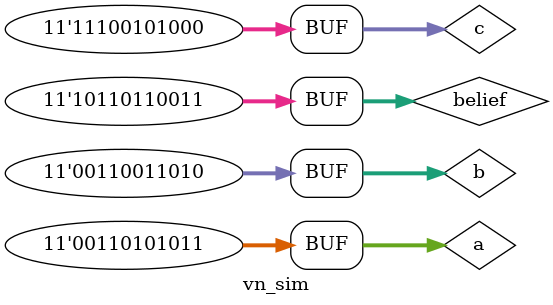
<source format=v>
`timescale 1ns / 1ps

module vn_sim;

	// Inputs
	reg [10:0] a;
	reg [10:0] b;
	reg [10:0] c;
	reg [10:0] belief;

	// Outputs
	wire [10:0] r;
	wire [10:0] s;
	wire [10:0] t;
	
	vn uut (
		.msg_in_1(a),
		.msg_in_2(b),
		.msg_in_3(c),
		.belief(belief),
		.msg_out_1(r),
		.msg_out_2(s),
		.msg_out_3(t)
	);
	
	initial begin
		// Initialize Inputs
		a = 0;
		b = 0;
		c = 0;
		
		#10
		a = 11'b00110101011;
		b = 11'b00110011010;
		c = 11'b11100101000;
		belief = 11'b10110110011;

	end
      
endmodule


</source>
